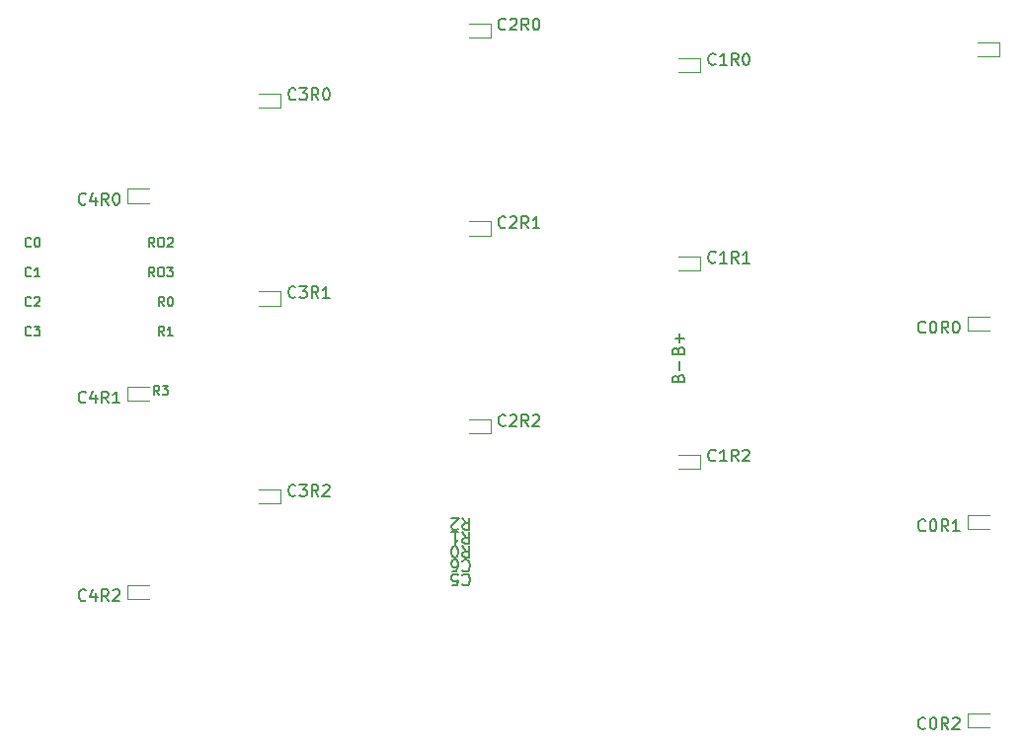
<source format=gbr>
%TF.GenerationSoftware,KiCad,Pcbnew,(7.0.0-0)*%
%TF.CreationDate,2023-02-22T17:52:08+08:00*%
%TF.ProjectId,right,72696768-742e-46b6-9963-61645f706362,v1.0.0*%
%TF.SameCoordinates,Original*%
%TF.FileFunction,Legend,Bot*%
%TF.FilePolarity,Positive*%
%FSLAX46Y46*%
G04 Gerber Fmt 4.6, Leading zero omitted, Abs format (unit mm)*
G04 Created by KiCad (PCBNEW (7.0.0-0)) date 2023-02-22 17:52:08*
%MOMM*%
%LPD*%
G01*
G04 APERTURE LIST*
%ADD10C,0.150000*%
%ADD11C,0.120000*%
G04 APERTURE END LIST*
D10*
%TO.C,S1*%
X70857142Y19727857D02*
X70809523Y19680238D01*
X70809523Y19680238D02*
X70666666Y19632619D01*
X70666666Y19632619D02*
X70571428Y19632619D01*
X70571428Y19632619D02*
X70428571Y19680238D01*
X70428571Y19680238D02*
X70333333Y19775476D01*
X70333333Y19775476D02*
X70285714Y19870714D01*
X70285714Y19870714D02*
X70238095Y20061190D01*
X70238095Y20061190D02*
X70238095Y20204047D01*
X70238095Y20204047D02*
X70285714Y20394523D01*
X70285714Y20394523D02*
X70333333Y20489761D01*
X70333333Y20489761D02*
X70428571Y20585000D01*
X70428571Y20585000D02*
X70571428Y20632619D01*
X70571428Y20632619D02*
X70666666Y20632619D01*
X70666666Y20632619D02*
X70809523Y20585000D01*
X70809523Y20585000D02*
X70857142Y20537380D01*
X71476190Y20632619D02*
X71571428Y20632619D01*
X71571428Y20632619D02*
X71666666Y20585000D01*
X71666666Y20585000D02*
X71714285Y20537380D01*
X71714285Y20537380D02*
X71761904Y20442142D01*
X71761904Y20442142D02*
X71809523Y20251666D01*
X71809523Y20251666D02*
X71809523Y20013571D01*
X71809523Y20013571D02*
X71761904Y19823095D01*
X71761904Y19823095D02*
X71714285Y19727857D01*
X71714285Y19727857D02*
X71666666Y19680238D01*
X71666666Y19680238D02*
X71571428Y19632619D01*
X71571428Y19632619D02*
X71476190Y19632619D01*
X71476190Y19632619D02*
X71380952Y19680238D01*
X71380952Y19680238D02*
X71333333Y19727857D01*
X71333333Y19727857D02*
X71285714Y19823095D01*
X71285714Y19823095D02*
X71238095Y20013571D01*
X71238095Y20013571D02*
X71238095Y20251666D01*
X71238095Y20251666D02*
X71285714Y20442142D01*
X71285714Y20442142D02*
X71333333Y20537380D01*
X71333333Y20537380D02*
X71380952Y20585000D01*
X71380952Y20585000D02*
X71476190Y20632619D01*
X72809523Y19632619D02*
X72476190Y20108809D01*
X72238095Y19632619D02*
X72238095Y20632619D01*
X72238095Y20632619D02*
X72619047Y20632619D01*
X72619047Y20632619D02*
X72714285Y20585000D01*
X72714285Y20585000D02*
X72761904Y20537380D01*
X72761904Y20537380D02*
X72809523Y20442142D01*
X72809523Y20442142D02*
X72809523Y20299285D01*
X72809523Y20299285D02*
X72761904Y20204047D01*
X72761904Y20204047D02*
X72714285Y20156428D01*
X72714285Y20156428D02*
X72619047Y20108809D01*
X72619047Y20108809D02*
X72238095Y20108809D01*
X73428571Y20632619D02*
X73523809Y20632619D01*
X73523809Y20632619D02*
X73619047Y20585000D01*
X73619047Y20585000D02*
X73666666Y20537380D01*
X73666666Y20537380D02*
X73714285Y20442142D01*
X73714285Y20442142D02*
X73761904Y20251666D01*
X73761904Y20251666D02*
X73761904Y20013571D01*
X73761904Y20013571D02*
X73714285Y19823095D01*
X73714285Y19823095D02*
X73666666Y19727857D01*
X73666666Y19727857D02*
X73619047Y19680238D01*
X73619047Y19680238D02*
X73523809Y19632619D01*
X73523809Y19632619D02*
X73428571Y19632619D01*
X73428571Y19632619D02*
X73333333Y19680238D01*
X73333333Y19680238D02*
X73285714Y19727857D01*
X73285714Y19727857D02*
X73238095Y19823095D01*
X73238095Y19823095D02*
X73190476Y20013571D01*
X73190476Y20013571D02*
X73190476Y20251666D01*
X73190476Y20251666D02*
X73238095Y20442142D01*
X73238095Y20442142D02*
X73285714Y20537380D01*
X73285714Y20537380D02*
X73333333Y20585000D01*
X73333333Y20585000D02*
X73428571Y20632619D01*
%TO.C,S2*%
X70857142Y2727857D02*
X70809523Y2680238D01*
X70809523Y2680238D02*
X70666666Y2632619D01*
X70666666Y2632619D02*
X70571428Y2632619D01*
X70571428Y2632619D02*
X70428571Y2680238D01*
X70428571Y2680238D02*
X70333333Y2775476D01*
X70333333Y2775476D02*
X70285714Y2870714D01*
X70285714Y2870714D02*
X70238095Y3061190D01*
X70238095Y3061190D02*
X70238095Y3204047D01*
X70238095Y3204047D02*
X70285714Y3394523D01*
X70285714Y3394523D02*
X70333333Y3489761D01*
X70333333Y3489761D02*
X70428571Y3585000D01*
X70428571Y3585000D02*
X70571428Y3632619D01*
X70571428Y3632619D02*
X70666666Y3632619D01*
X70666666Y3632619D02*
X70809523Y3585000D01*
X70809523Y3585000D02*
X70857142Y3537380D01*
X71476190Y3632619D02*
X71571428Y3632619D01*
X71571428Y3632619D02*
X71666666Y3585000D01*
X71666666Y3585000D02*
X71714285Y3537380D01*
X71714285Y3537380D02*
X71761904Y3442142D01*
X71761904Y3442142D02*
X71809523Y3251666D01*
X71809523Y3251666D02*
X71809523Y3013571D01*
X71809523Y3013571D02*
X71761904Y2823095D01*
X71761904Y2823095D02*
X71714285Y2727857D01*
X71714285Y2727857D02*
X71666666Y2680238D01*
X71666666Y2680238D02*
X71571428Y2632619D01*
X71571428Y2632619D02*
X71476190Y2632619D01*
X71476190Y2632619D02*
X71380952Y2680238D01*
X71380952Y2680238D02*
X71333333Y2727857D01*
X71333333Y2727857D02*
X71285714Y2823095D01*
X71285714Y2823095D02*
X71238095Y3013571D01*
X71238095Y3013571D02*
X71238095Y3251666D01*
X71238095Y3251666D02*
X71285714Y3442142D01*
X71285714Y3442142D02*
X71333333Y3537380D01*
X71333333Y3537380D02*
X71380952Y3585000D01*
X71380952Y3585000D02*
X71476190Y3632619D01*
X72809523Y2632619D02*
X72476190Y3108809D01*
X72238095Y2632619D02*
X72238095Y3632619D01*
X72238095Y3632619D02*
X72619047Y3632619D01*
X72619047Y3632619D02*
X72714285Y3585000D01*
X72714285Y3585000D02*
X72761904Y3537380D01*
X72761904Y3537380D02*
X72809523Y3442142D01*
X72809523Y3442142D02*
X72809523Y3299285D01*
X72809523Y3299285D02*
X72761904Y3204047D01*
X72761904Y3204047D02*
X72714285Y3156428D01*
X72714285Y3156428D02*
X72619047Y3108809D01*
X72619047Y3108809D02*
X72238095Y3108809D01*
X73761904Y2632619D02*
X73190476Y2632619D01*
X73476190Y2632619D02*
X73476190Y3632619D01*
X73476190Y3632619D02*
X73380952Y3489761D01*
X73380952Y3489761D02*
X73285714Y3394523D01*
X73285714Y3394523D02*
X73190476Y3346904D01*
%TO.C,S3*%
X70857142Y-14272142D02*
X70809523Y-14319761D01*
X70809523Y-14319761D02*
X70666666Y-14367380D01*
X70666666Y-14367380D02*
X70571428Y-14367380D01*
X70571428Y-14367380D02*
X70428571Y-14319761D01*
X70428571Y-14319761D02*
X70333333Y-14224523D01*
X70333333Y-14224523D02*
X70285714Y-14129285D01*
X70285714Y-14129285D02*
X70238095Y-13938809D01*
X70238095Y-13938809D02*
X70238095Y-13795952D01*
X70238095Y-13795952D02*
X70285714Y-13605476D01*
X70285714Y-13605476D02*
X70333333Y-13510238D01*
X70333333Y-13510238D02*
X70428571Y-13415000D01*
X70428571Y-13415000D02*
X70571428Y-13367380D01*
X70571428Y-13367380D02*
X70666666Y-13367380D01*
X70666666Y-13367380D02*
X70809523Y-13415000D01*
X70809523Y-13415000D02*
X70857142Y-13462619D01*
X71476190Y-13367380D02*
X71571428Y-13367380D01*
X71571428Y-13367380D02*
X71666666Y-13415000D01*
X71666666Y-13415000D02*
X71714285Y-13462619D01*
X71714285Y-13462619D02*
X71761904Y-13557857D01*
X71761904Y-13557857D02*
X71809523Y-13748333D01*
X71809523Y-13748333D02*
X71809523Y-13986428D01*
X71809523Y-13986428D02*
X71761904Y-14176904D01*
X71761904Y-14176904D02*
X71714285Y-14272142D01*
X71714285Y-14272142D02*
X71666666Y-14319761D01*
X71666666Y-14319761D02*
X71571428Y-14367380D01*
X71571428Y-14367380D02*
X71476190Y-14367380D01*
X71476190Y-14367380D02*
X71380952Y-14319761D01*
X71380952Y-14319761D02*
X71333333Y-14272142D01*
X71333333Y-14272142D02*
X71285714Y-14176904D01*
X71285714Y-14176904D02*
X71238095Y-13986428D01*
X71238095Y-13986428D02*
X71238095Y-13748333D01*
X71238095Y-13748333D02*
X71285714Y-13557857D01*
X71285714Y-13557857D02*
X71333333Y-13462619D01*
X71333333Y-13462619D02*
X71380952Y-13415000D01*
X71380952Y-13415000D02*
X71476190Y-13367380D01*
X72809523Y-14367380D02*
X72476190Y-13891190D01*
X72238095Y-14367380D02*
X72238095Y-13367380D01*
X72238095Y-13367380D02*
X72619047Y-13367380D01*
X72619047Y-13367380D02*
X72714285Y-13415000D01*
X72714285Y-13415000D02*
X72761904Y-13462619D01*
X72761904Y-13462619D02*
X72809523Y-13557857D01*
X72809523Y-13557857D02*
X72809523Y-13700714D01*
X72809523Y-13700714D02*
X72761904Y-13795952D01*
X72761904Y-13795952D02*
X72714285Y-13843571D01*
X72714285Y-13843571D02*
X72619047Y-13891190D01*
X72619047Y-13891190D02*
X72238095Y-13891190D01*
X73190476Y-13462619D02*
X73238095Y-13415000D01*
X73238095Y-13415000D02*
X73333333Y-13367380D01*
X73333333Y-13367380D02*
X73571428Y-13367380D01*
X73571428Y-13367380D02*
X73666666Y-13415000D01*
X73666666Y-13415000D02*
X73714285Y-13462619D01*
X73714285Y-13462619D02*
X73761904Y-13557857D01*
X73761904Y-13557857D02*
X73761904Y-13653095D01*
X73761904Y-13653095D02*
X73714285Y-13795952D01*
X73714285Y-13795952D02*
X73142857Y-14367380D01*
X73142857Y-14367380D02*
X73761904Y-14367380D01*
%TO.C,S4*%
X52857142Y42727857D02*
X52809523Y42680238D01*
X52809523Y42680238D02*
X52666666Y42632619D01*
X52666666Y42632619D02*
X52571428Y42632619D01*
X52571428Y42632619D02*
X52428571Y42680238D01*
X52428571Y42680238D02*
X52333333Y42775476D01*
X52333333Y42775476D02*
X52285714Y42870714D01*
X52285714Y42870714D02*
X52238095Y43061190D01*
X52238095Y43061190D02*
X52238095Y43204047D01*
X52238095Y43204047D02*
X52285714Y43394523D01*
X52285714Y43394523D02*
X52333333Y43489761D01*
X52333333Y43489761D02*
X52428571Y43585000D01*
X52428571Y43585000D02*
X52571428Y43632619D01*
X52571428Y43632619D02*
X52666666Y43632619D01*
X52666666Y43632619D02*
X52809523Y43585000D01*
X52809523Y43585000D02*
X52857142Y43537380D01*
X53809523Y42632619D02*
X53238095Y42632619D01*
X53523809Y42632619D02*
X53523809Y43632619D01*
X53523809Y43632619D02*
X53428571Y43489761D01*
X53428571Y43489761D02*
X53333333Y43394523D01*
X53333333Y43394523D02*
X53238095Y43346904D01*
X54809523Y42632619D02*
X54476190Y43108809D01*
X54238095Y42632619D02*
X54238095Y43632619D01*
X54238095Y43632619D02*
X54619047Y43632619D01*
X54619047Y43632619D02*
X54714285Y43585000D01*
X54714285Y43585000D02*
X54761904Y43537380D01*
X54761904Y43537380D02*
X54809523Y43442142D01*
X54809523Y43442142D02*
X54809523Y43299285D01*
X54809523Y43299285D02*
X54761904Y43204047D01*
X54761904Y43204047D02*
X54714285Y43156428D01*
X54714285Y43156428D02*
X54619047Y43108809D01*
X54619047Y43108809D02*
X54238095Y43108809D01*
X55428571Y43632619D02*
X55523809Y43632619D01*
X55523809Y43632619D02*
X55619047Y43585000D01*
X55619047Y43585000D02*
X55666666Y43537380D01*
X55666666Y43537380D02*
X55714285Y43442142D01*
X55714285Y43442142D02*
X55761904Y43251666D01*
X55761904Y43251666D02*
X55761904Y43013571D01*
X55761904Y43013571D02*
X55714285Y42823095D01*
X55714285Y42823095D02*
X55666666Y42727857D01*
X55666666Y42727857D02*
X55619047Y42680238D01*
X55619047Y42680238D02*
X55523809Y42632619D01*
X55523809Y42632619D02*
X55428571Y42632619D01*
X55428571Y42632619D02*
X55333333Y42680238D01*
X55333333Y42680238D02*
X55285714Y42727857D01*
X55285714Y42727857D02*
X55238095Y42823095D01*
X55238095Y42823095D02*
X55190476Y43013571D01*
X55190476Y43013571D02*
X55190476Y43251666D01*
X55190476Y43251666D02*
X55238095Y43442142D01*
X55238095Y43442142D02*
X55285714Y43537380D01*
X55285714Y43537380D02*
X55333333Y43585000D01*
X55333333Y43585000D02*
X55428571Y43632619D01*
%TO.C,S5*%
X52857142Y25727857D02*
X52809523Y25680238D01*
X52809523Y25680238D02*
X52666666Y25632619D01*
X52666666Y25632619D02*
X52571428Y25632619D01*
X52571428Y25632619D02*
X52428571Y25680238D01*
X52428571Y25680238D02*
X52333333Y25775476D01*
X52333333Y25775476D02*
X52285714Y25870714D01*
X52285714Y25870714D02*
X52238095Y26061190D01*
X52238095Y26061190D02*
X52238095Y26204047D01*
X52238095Y26204047D02*
X52285714Y26394523D01*
X52285714Y26394523D02*
X52333333Y26489761D01*
X52333333Y26489761D02*
X52428571Y26585000D01*
X52428571Y26585000D02*
X52571428Y26632619D01*
X52571428Y26632619D02*
X52666666Y26632619D01*
X52666666Y26632619D02*
X52809523Y26585000D01*
X52809523Y26585000D02*
X52857142Y26537380D01*
X53809523Y25632619D02*
X53238095Y25632619D01*
X53523809Y25632619D02*
X53523809Y26632619D01*
X53523809Y26632619D02*
X53428571Y26489761D01*
X53428571Y26489761D02*
X53333333Y26394523D01*
X53333333Y26394523D02*
X53238095Y26346904D01*
X54809523Y25632619D02*
X54476190Y26108809D01*
X54238095Y25632619D02*
X54238095Y26632619D01*
X54238095Y26632619D02*
X54619047Y26632619D01*
X54619047Y26632619D02*
X54714285Y26585000D01*
X54714285Y26585000D02*
X54761904Y26537380D01*
X54761904Y26537380D02*
X54809523Y26442142D01*
X54809523Y26442142D02*
X54809523Y26299285D01*
X54809523Y26299285D02*
X54761904Y26204047D01*
X54761904Y26204047D02*
X54714285Y26156428D01*
X54714285Y26156428D02*
X54619047Y26108809D01*
X54619047Y26108809D02*
X54238095Y26108809D01*
X55761904Y25632619D02*
X55190476Y25632619D01*
X55476190Y25632619D02*
X55476190Y26632619D01*
X55476190Y26632619D02*
X55380952Y26489761D01*
X55380952Y26489761D02*
X55285714Y26394523D01*
X55285714Y26394523D02*
X55190476Y26346904D01*
%TO.C,S6*%
X52857142Y8727857D02*
X52809523Y8680238D01*
X52809523Y8680238D02*
X52666666Y8632619D01*
X52666666Y8632619D02*
X52571428Y8632619D01*
X52571428Y8632619D02*
X52428571Y8680238D01*
X52428571Y8680238D02*
X52333333Y8775476D01*
X52333333Y8775476D02*
X52285714Y8870714D01*
X52285714Y8870714D02*
X52238095Y9061190D01*
X52238095Y9061190D02*
X52238095Y9204047D01*
X52238095Y9204047D02*
X52285714Y9394523D01*
X52285714Y9394523D02*
X52333333Y9489761D01*
X52333333Y9489761D02*
X52428571Y9585000D01*
X52428571Y9585000D02*
X52571428Y9632619D01*
X52571428Y9632619D02*
X52666666Y9632619D01*
X52666666Y9632619D02*
X52809523Y9585000D01*
X52809523Y9585000D02*
X52857142Y9537380D01*
X53809523Y8632619D02*
X53238095Y8632619D01*
X53523809Y8632619D02*
X53523809Y9632619D01*
X53523809Y9632619D02*
X53428571Y9489761D01*
X53428571Y9489761D02*
X53333333Y9394523D01*
X53333333Y9394523D02*
X53238095Y9346904D01*
X54809523Y8632619D02*
X54476190Y9108809D01*
X54238095Y8632619D02*
X54238095Y9632619D01*
X54238095Y9632619D02*
X54619047Y9632619D01*
X54619047Y9632619D02*
X54714285Y9585000D01*
X54714285Y9585000D02*
X54761904Y9537380D01*
X54761904Y9537380D02*
X54809523Y9442142D01*
X54809523Y9442142D02*
X54809523Y9299285D01*
X54809523Y9299285D02*
X54761904Y9204047D01*
X54761904Y9204047D02*
X54714285Y9156428D01*
X54714285Y9156428D02*
X54619047Y9108809D01*
X54619047Y9108809D02*
X54238095Y9108809D01*
X55190476Y9537380D02*
X55238095Y9585000D01*
X55238095Y9585000D02*
X55333333Y9632619D01*
X55333333Y9632619D02*
X55571428Y9632619D01*
X55571428Y9632619D02*
X55666666Y9585000D01*
X55666666Y9585000D02*
X55714285Y9537380D01*
X55714285Y9537380D02*
X55761904Y9442142D01*
X55761904Y9442142D02*
X55761904Y9346904D01*
X55761904Y9346904D02*
X55714285Y9204047D01*
X55714285Y9204047D02*
X55142857Y8632619D01*
X55142857Y8632619D02*
X55761904Y8632619D01*
%TO.C,S7*%
X34857142Y45727857D02*
X34809523Y45680238D01*
X34809523Y45680238D02*
X34666666Y45632619D01*
X34666666Y45632619D02*
X34571428Y45632619D01*
X34571428Y45632619D02*
X34428571Y45680238D01*
X34428571Y45680238D02*
X34333333Y45775476D01*
X34333333Y45775476D02*
X34285714Y45870714D01*
X34285714Y45870714D02*
X34238095Y46061190D01*
X34238095Y46061190D02*
X34238095Y46204047D01*
X34238095Y46204047D02*
X34285714Y46394523D01*
X34285714Y46394523D02*
X34333333Y46489761D01*
X34333333Y46489761D02*
X34428571Y46585000D01*
X34428571Y46585000D02*
X34571428Y46632619D01*
X34571428Y46632619D02*
X34666666Y46632619D01*
X34666666Y46632619D02*
X34809523Y46585000D01*
X34809523Y46585000D02*
X34857142Y46537380D01*
X35238095Y46537380D02*
X35285714Y46585000D01*
X35285714Y46585000D02*
X35380952Y46632619D01*
X35380952Y46632619D02*
X35619047Y46632619D01*
X35619047Y46632619D02*
X35714285Y46585000D01*
X35714285Y46585000D02*
X35761904Y46537380D01*
X35761904Y46537380D02*
X35809523Y46442142D01*
X35809523Y46442142D02*
X35809523Y46346904D01*
X35809523Y46346904D02*
X35761904Y46204047D01*
X35761904Y46204047D02*
X35190476Y45632619D01*
X35190476Y45632619D02*
X35809523Y45632619D01*
X36809523Y45632619D02*
X36476190Y46108809D01*
X36238095Y45632619D02*
X36238095Y46632619D01*
X36238095Y46632619D02*
X36619047Y46632619D01*
X36619047Y46632619D02*
X36714285Y46585000D01*
X36714285Y46585000D02*
X36761904Y46537380D01*
X36761904Y46537380D02*
X36809523Y46442142D01*
X36809523Y46442142D02*
X36809523Y46299285D01*
X36809523Y46299285D02*
X36761904Y46204047D01*
X36761904Y46204047D02*
X36714285Y46156428D01*
X36714285Y46156428D02*
X36619047Y46108809D01*
X36619047Y46108809D02*
X36238095Y46108809D01*
X37428571Y46632619D02*
X37523809Y46632619D01*
X37523809Y46632619D02*
X37619047Y46585000D01*
X37619047Y46585000D02*
X37666666Y46537380D01*
X37666666Y46537380D02*
X37714285Y46442142D01*
X37714285Y46442142D02*
X37761904Y46251666D01*
X37761904Y46251666D02*
X37761904Y46013571D01*
X37761904Y46013571D02*
X37714285Y45823095D01*
X37714285Y45823095D02*
X37666666Y45727857D01*
X37666666Y45727857D02*
X37619047Y45680238D01*
X37619047Y45680238D02*
X37523809Y45632619D01*
X37523809Y45632619D02*
X37428571Y45632619D01*
X37428571Y45632619D02*
X37333333Y45680238D01*
X37333333Y45680238D02*
X37285714Y45727857D01*
X37285714Y45727857D02*
X37238095Y45823095D01*
X37238095Y45823095D02*
X37190476Y46013571D01*
X37190476Y46013571D02*
X37190476Y46251666D01*
X37190476Y46251666D02*
X37238095Y46442142D01*
X37238095Y46442142D02*
X37285714Y46537380D01*
X37285714Y46537380D02*
X37333333Y46585000D01*
X37333333Y46585000D02*
X37428571Y46632619D01*
%TO.C,S8*%
X34857142Y28727857D02*
X34809523Y28680238D01*
X34809523Y28680238D02*
X34666666Y28632619D01*
X34666666Y28632619D02*
X34571428Y28632619D01*
X34571428Y28632619D02*
X34428571Y28680238D01*
X34428571Y28680238D02*
X34333333Y28775476D01*
X34333333Y28775476D02*
X34285714Y28870714D01*
X34285714Y28870714D02*
X34238095Y29061190D01*
X34238095Y29061190D02*
X34238095Y29204047D01*
X34238095Y29204047D02*
X34285714Y29394523D01*
X34285714Y29394523D02*
X34333333Y29489761D01*
X34333333Y29489761D02*
X34428571Y29585000D01*
X34428571Y29585000D02*
X34571428Y29632619D01*
X34571428Y29632619D02*
X34666666Y29632619D01*
X34666666Y29632619D02*
X34809523Y29585000D01*
X34809523Y29585000D02*
X34857142Y29537380D01*
X35238095Y29537380D02*
X35285714Y29585000D01*
X35285714Y29585000D02*
X35380952Y29632619D01*
X35380952Y29632619D02*
X35619047Y29632619D01*
X35619047Y29632619D02*
X35714285Y29585000D01*
X35714285Y29585000D02*
X35761904Y29537380D01*
X35761904Y29537380D02*
X35809523Y29442142D01*
X35809523Y29442142D02*
X35809523Y29346904D01*
X35809523Y29346904D02*
X35761904Y29204047D01*
X35761904Y29204047D02*
X35190476Y28632619D01*
X35190476Y28632619D02*
X35809523Y28632619D01*
X36809523Y28632619D02*
X36476190Y29108809D01*
X36238095Y28632619D02*
X36238095Y29632619D01*
X36238095Y29632619D02*
X36619047Y29632619D01*
X36619047Y29632619D02*
X36714285Y29585000D01*
X36714285Y29585000D02*
X36761904Y29537380D01*
X36761904Y29537380D02*
X36809523Y29442142D01*
X36809523Y29442142D02*
X36809523Y29299285D01*
X36809523Y29299285D02*
X36761904Y29204047D01*
X36761904Y29204047D02*
X36714285Y29156428D01*
X36714285Y29156428D02*
X36619047Y29108809D01*
X36619047Y29108809D02*
X36238095Y29108809D01*
X37761904Y28632619D02*
X37190476Y28632619D01*
X37476190Y28632619D02*
X37476190Y29632619D01*
X37476190Y29632619D02*
X37380952Y29489761D01*
X37380952Y29489761D02*
X37285714Y29394523D01*
X37285714Y29394523D02*
X37190476Y29346904D01*
%TO.C,S9*%
X34857142Y11727857D02*
X34809523Y11680238D01*
X34809523Y11680238D02*
X34666666Y11632619D01*
X34666666Y11632619D02*
X34571428Y11632619D01*
X34571428Y11632619D02*
X34428571Y11680238D01*
X34428571Y11680238D02*
X34333333Y11775476D01*
X34333333Y11775476D02*
X34285714Y11870714D01*
X34285714Y11870714D02*
X34238095Y12061190D01*
X34238095Y12061190D02*
X34238095Y12204047D01*
X34238095Y12204047D02*
X34285714Y12394523D01*
X34285714Y12394523D02*
X34333333Y12489761D01*
X34333333Y12489761D02*
X34428571Y12585000D01*
X34428571Y12585000D02*
X34571428Y12632619D01*
X34571428Y12632619D02*
X34666666Y12632619D01*
X34666666Y12632619D02*
X34809523Y12585000D01*
X34809523Y12585000D02*
X34857142Y12537380D01*
X35238095Y12537380D02*
X35285714Y12585000D01*
X35285714Y12585000D02*
X35380952Y12632619D01*
X35380952Y12632619D02*
X35619047Y12632619D01*
X35619047Y12632619D02*
X35714285Y12585000D01*
X35714285Y12585000D02*
X35761904Y12537380D01*
X35761904Y12537380D02*
X35809523Y12442142D01*
X35809523Y12442142D02*
X35809523Y12346904D01*
X35809523Y12346904D02*
X35761904Y12204047D01*
X35761904Y12204047D02*
X35190476Y11632619D01*
X35190476Y11632619D02*
X35809523Y11632619D01*
X36809523Y11632619D02*
X36476190Y12108809D01*
X36238095Y11632619D02*
X36238095Y12632619D01*
X36238095Y12632619D02*
X36619047Y12632619D01*
X36619047Y12632619D02*
X36714285Y12585000D01*
X36714285Y12585000D02*
X36761904Y12537380D01*
X36761904Y12537380D02*
X36809523Y12442142D01*
X36809523Y12442142D02*
X36809523Y12299285D01*
X36809523Y12299285D02*
X36761904Y12204047D01*
X36761904Y12204047D02*
X36714285Y12156428D01*
X36714285Y12156428D02*
X36619047Y12108809D01*
X36619047Y12108809D02*
X36238095Y12108809D01*
X37190476Y12537380D02*
X37238095Y12585000D01*
X37238095Y12585000D02*
X37333333Y12632619D01*
X37333333Y12632619D02*
X37571428Y12632619D01*
X37571428Y12632619D02*
X37666666Y12585000D01*
X37666666Y12585000D02*
X37714285Y12537380D01*
X37714285Y12537380D02*
X37761904Y12442142D01*
X37761904Y12442142D02*
X37761904Y12346904D01*
X37761904Y12346904D02*
X37714285Y12204047D01*
X37714285Y12204047D02*
X37142857Y11632619D01*
X37142857Y11632619D02*
X37761904Y11632619D01*
%TO.C,S10*%
X16857142Y39727857D02*
X16809523Y39680238D01*
X16809523Y39680238D02*
X16666666Y39632619D01*
X16666666Y39632619D02*
X16571428Y39632619D01*
X16571428Y39632619D02*
X16428571Y39680238D01*
X16428571Y39680238D02*
X16333333Y39775476D01*
X16333333Y39775476D02*
X16285714Y39870714D01*
X16285714Y39870714D02*
X16238095Y40061190D01*
X16238095Y40061190D02*
X16238095Y40204047D01*
X16238095Y40204047D02*
X16285714Y40394523D01*
X16285714Y40394523D02*
X16333333Y40489761D01*
X16333333Y40489761D02*
X16428571Y40585000D01*
X16428571Y40585000D02*
X16571428Y40632619D01*
X16571428Y40632619D02*
X16666666Y40632619D01*
X16666666Y40632619D02*
X16809523Y40585000D01*
X16809523Y40585000D02*
X16857142Y40537380D01*
X17190476Y40632619D02*
X17809523Y40632619D01*
X17809523Y40632619D02*
X17476190Y40251666D01*
X17476190Y40251666D02*
X17619047Y40251666D01*
X17619047Y40251666D02*
X17714285Y40204047D01*
X17714285Y40204047D02*
X17761904Y40156428D01*
X17761904Y40156428D02*
X17809523Y40061190D01*
X17809523Y40061190D02*
X17809523Y39823095D01*
X17809523Y39823095D02*
X17761904Y39727857D01*
X17761904Y39727857D02*
X17714285Y39680238D01*
X17714285Y39680238D02*
X17619047Y39632619D01*
X17619047Y39632619D02*
X17333333Y39632619D01*
X17333333Y39632619D02*
X17238095Y39680238D01*
X17238095Y39680238D02*
X17190476Y39727857D01*
X18809523Y39632619D02*
X18476190Y40108809D01*
X18238095Y39632619D02*
X18238095Y40632619D01*
X18238095Y40632619D02*
X18619047Y40632619D01*
X18619047Y40632619D02*
X18714285Y40585000D01*
X18714285Y40585000D02*
X18761904Y40537380D01*
X18761904Y40537380D02*
X18809523Y40442142D01*
X18809523Y40442142D02*
X18809523Y40299285D01*
X18809523Y40299285D02*
X18761904Y40204047D01*
X18761904Y40204047D02*
X18714285Y40156428D01*
X18714285Y40156428D02*
X18619047Y40108809D01*
X18619047Y40108809D02*
X18238095Y40108809D01*
X19428571Y40632619D02*
X19523809Y40632619D01*
X19523809Y40632619D02*
X19619047Y40585000D01*
X19619047Y40585000D02*
X19666666Y40537380D01*
X19666666Y40537380D02*
X19714285Y40442142D01*
X19714285Y40442142D02*
X19761904Y40251666D01*
X19761904Y40251666D02*
X19761904Y40013571D01*
X19761904Y40013571D02*
X19714285Y39823095D01*
X19714285Y39823095D02*
X19666666Y39727857D01*
X19666666Y39727857D02*
X19619047Y39680238D01*
X19619047Y39680238D02*
X19523809Y39632619D01*
X19523809Y39632619D02*
X19428571Y39632619D01*
X19428571Y39632619D02*
X19333333Y39680238D01*
X19333333Y39680238D02*
X19285714Y39727857D01*
X19285714Y39727857D02*
X19238095Y39823095D01*
X19238095Y39823095D02*
X19190476Y40013571D01*
X19190476Y40013571D02*
X19190476Y40251666D01*
X19190476Y40251666D02*
X19238095Y40442142D01*
X19238095Y40442142D02*
X19285714Y40537380D01*
X19285714Y40537380D02*
X19333333Y40585000D01*
X19333333Y40585000D02*
X19428571Y40632619D01*
%TO.C,S11*%
X16857142Y22727857D02*
X16809523Y22680238D01*
X16809523Y22680238D02*
X16666666Y22632619D01*
X16666666Y22632619D02*
X16571428Y22632619D01*
X16571428Y22632619D02*
X16428571Y22680238D01*
X16428571Y22680238D02*
X16333333Y22775476D01*
X16333333Y22775476D02*
X16285714Y22870714D01*
X16285714Y22870714D02*
X16238095Y23061190D01*
X16238095Y23061190D02*
X16238095Y23204047D01*
X16238095Y23204047D02*
X16285714Y23394523D01*
X16285714Y23394523D02*
X16333333Y23489761D01*
X16333333Y23489761D02*
X16428571Y23585000D01*
X16428571Y23585000D02*
X16571428Y23632619D01*
X16571428Y23632619D02*
X16666666Y23632619D01*
X16666666Y23632619D02*
X16809523Y23585000D01*
X16809523Y23585000D02*
X16857142Y23537380D01*
X17190476Y23632619D02*
X17809523Y23632619D01*
X17809523Y23632619D02*
X17476190Y23251666D01*
X17476190Y23251666D02*
X17619047Y23251666D01*
X17619047Y23251666D02*
X17714285Y23204047D01*
X17714285Y23204047D02*
X17761904Y23156428D01*
X17761904Y23156428D02*
X17809523Y23061190D01*
X17809523Y23061190D02*
X17809523Y22823095D01*
X17809523Y22823095D02*
X17761904Y22727857D01*
X17761904Y22727857D02*
X17714285Y22680238D01*
X17714285Y22680238D02*
X17619047Y22632619D01*
X17619047Y22632619D02*
X17333333Y22632619D01*
X17333333Y22632619D02*
X17238095Y22680238D01*
X17238095Y22680238D02*
X17190476Y22727857D01*
X18809523Y22632619D02*
X18476190Y23108809D01*
X18238095Y22632619D02*
X18238095Y23632619D01*
X18238095Y23632619D02*
X18619047Y23632619D01*
X18619047Y23632619D02*
X18714285Y23585000D01*
X18714285Y23585000D02*
X18761904Y23537380D01*
X18761904Y23537380D02*
X18809523Y23442142D01*
X18809523Y23442142D02*
X18809523Y23299285D01*
X18809523Y23299285D02*
X18761904Y23204047D01*
X18761904Y23204047D02*
X18714285Y23156428D01*
X18714285Y23156428D02*
X18619047Y23108809D01*
X18619047Y23108809D02*
X18238095Y23108809D01*
X19761904Y22632619D02*
X19190476Y22632619D01*
X19476190Y22632619D02*
X19476190Y23632619D01*
X19476190Y23632619D02*
X19380952Y23489761D01*
X19380952Y23489761D02*
X19285714Y23394523D01*
X19285714Y23394523D02*
X19190476Y23346904D01*
%TO.C,S12*%
X16857142Y5727857D02*
X16809523Y5680238D01*
X16809523Y5680238D02*
X16666666Y5632619D01*
X16666666Y5632619D02*
X16571428Y5632619D01*
X16571428Y5632619D02*
X16428571Y5680238D01*
X16428571Y5680238D02*
X16333333Y5775476D01*
X16333333Y5775476D02*
X16285714Y5870714D01*
X16285714Y5870714D02*
X16238095Y6061190D01*
X16238095Y6061190D02*
X16238095Y6204047D01*
X16238095Y6204047D02*
X16285714Y6394523D01*
X16285714Y6394523D02*
X16333333Y6489761D01*
X16333333Y6489761D02*
X16428571Y6585000D01*
X16428571Y6585000D02*
X16571428Y6632619D01*
X16571428Y6632619D02*
X16666666Y6632619D01*
X16666666Y6632619D02*
X16809523Y6585000D01*
X16809523Y6585000D02*
X16857142Y6537380D01*
X17190476Y6632619D02*
X17809523Y6632619D01*
X17809523Y6632619D02*
X17476190Y6251666D01*
X17476190Y6251666D02*
X17619047Y6251666D01*
X17619047Y6251666D02*
X17714285Y6204047D01*
X17714285Y6204047D02*
X17761904Y6156428D01*
X17761904Y6156428D02*
X17809523Y6061190D01*
X17809523Y6061190D02*
X17809523Y5823095D01*
X17809523Y5823095D02*
X17761904Y5727857D01*
X17761904Y5727857D02*
X17714285Y5680238D01*
X17714285Y5680238D02*
X17619047Y5632619D01*
X17619047Y5632619D02*
X17333333Y5632619D01*
X17333333Y5632619D02*
X17238095Y5680238D01*
X17238095Y5680238D02*
X17190476Y5727857D01*
X18809523Y5632619D02*
X18476190Y6108809D01*
X18238095Y5632619D02*
X18238095Y6632619D01*
X18238095Y6632619D02*
X18619047Y6632619D01*
X18619047Y6632619D02*
X18714285Y6585000D01*
X18714285Y6585000D02*
X18761904Y6537380D01*
X18761904Y6537380D02*
X18809523Y6442142D01*
X18809523Y6442142D02*
X18809523Y6299285D01*
X18809523Y6299285D02*
X18761904Y6204047D01*
X18761904Y6204047D02*
X18714285Y6156428D01*
X18714285Y6156428D02*
X18619047Y6108809D01*
X18619047Y6108809D02*
X18238095Y6108809D01*
X19190476Y6537380D02*
X19238095Y6585000D01*
X19238095Y6585000D02*
X19333333Y6632619D01*
X19333333Y6632619D02*
X19571428Y6632619D01*
X19571428Y6632619D02*
X19666666Y6585000D01*
X19666666Y6585000D02*
X19714285Y6537380D01*
X19714285Y6537380D02*
X19761904Y6442142D01*
X19761904Y6442142D02*
X19761904Y6346904D01*
X19761904Y6346904D02*
X19714285Y6204047D01*
X19714285Y6204047D02*
X19142857Y5632619D01*
X19142857Y5632619D02*
X19761904Y5632619D01*
%TO.C,S13*%
X-1142857Y30727857D02*
X-1190476Y30680238D01*
X-1190476Y30680238D02*
X-1333333Y30632619D01*
X-1333333Y30632619D02*
X-1428571Y30632619D01*
X-1428571Y30632619D02*
X-1571428Y30680238D01*
X-1571428Y30680238D02*
X-1666666Y30775476D01*
X-1666666Y30775476D02*
X-1714285Y30870714D01*
X-1714285Y30870714D02*
X-1761904Y31061190D01*
X-1761904Y31061190D02*
X-1761904Y31204047D01*
X-1761904Y31204047D02*
X-1714285Y31394523D01*
X-1714285Y31394523D02*
X-1666666Y31489761D01*
X-1666666Y31489761D02*
X-1571428Y31585000D01*
X-1571428Y31585000D02*
X-1428571Y31632619D01*
X-1428571Y31632619D02*
X-1333333Y31632619D01*
X-1333333Y31632619D02*
X-1190476Y31585000D01*
X-1190476Y31585000D02*
X-1142857Y31537380D01*
X-285714Y31299285D02*
X-285714Y30632619D01*
X-523809Y31680238D02*
X-761904Y30965952D01*
X-761904Y30965952D02*
X-142857Y30965952D01*
X809523Y30632619D02*
X476190Y31108809D01*
X238095Y30632619D02*
X238095Y31632619D01*
X238095Y31632619D02*
X619047Y31632619D01*
X619047Y31632619D02*
X714285Y31585000D01*
X714285Y31585000D02*
X761904Y31537380D01*
X761904Y31537380D02*
X809523Y31442142D01*
X809523Y31442142D02*
X809523Y31299285D01*
X809523Y31299285D02*
X761904Y31204047D01*
X761904Y31204047D02*
X714285Y31156428D01*
X714285Y31156428D02*
X619047Y31108809D01*
X619047Y31108809D02*
X238095Y31108809D01*
X1428571Y31632619D02*
X1523809Y31632619D01*
X1523809Y31632619D02*
X1619047Y31585000D01*
X1619047Y31585000D02*
X1666666Y31537380D01*
X1666666Y31537380D02*
X1714285Y31442142D01*
X1714285Y31442142D02*
X1761904Y31251666D01*
X1761904Y31251666D02*
X1761904Y31013571D01*
X1761904Y31013571D02*
X1714285Y30823095D01*
X1714285Y30823095D02*
X1666666Y30727857D01*
X1666666Y30727857D02*
X1619047Y30680238D01*
X1619047Y30680238D02*
X1523809Y30632619D01*
X1523809Y30632619D02*
X1428571Y30632619D01*
X1428571Y30632619D02*
X1333333Y30680238D01*
X1333333Y30680238D02*
X1285714Y30727857D01*
X1285714Y30727857D02*
X1238095Y30823095D01*
X1238095Y30823095D02*
X1190476Y31013571D01*
X1190476Y31013571D02*
X1190476Y31251666D01*
X1190476Y31251666D02*
X1238095Y31442142D01*
X1238095Y31442142D02*
X1285714Y31537380D01*
X1285714Y31537380D02*
X1333333Y31585000D01*
X1333333Y31585000D02*
X1428571Y31632619D01*
%TO.C,S14*%
X-1142857Y13727857D02*
X-1190476Y13680238D01*
X-1190476Y13680238D02*
X-1333333Y13632619D01*
X-1333333Y13632619D02*
X-1428571Y13632619D01*
X-1428571Y13632619D02*
X-1571428Y13680238D01*
X-1571428Y13680238D02*
X-1666666Y13775476D01*
X-1666666Y13775476D02*
X-1714285Y13870714D01*
X-1714285Y13870714D02*
X-1761904Y14061190D01*
X-1761904Y14061190D02*
X-1761904Y14204047D01*
X-1761904Y14204047D02*
X-1714285Y14394523D01*
X-1714285Y14394523D02*
X-1666666Y14489761D01*
X-1666666Y14489761D02*
X-1571428Y14585000D01*
X-1571428Y14585000D02*
X-1428571Y14632619D01*
X-1428571Y14632619D02*
X-1333333Y14632619D01*
X-1333333Y14632619D02*
X-1190476Y14585000D01*
X-1190476Y14585000D02*
X-1142857Y14537380D01*
X-285714Y14299285D02*
X-285714Y13632619D01*
X-523809Y14680238D02*
X-761904Y13965952D01*
X-761904Y13965952D02*
X-142857Y13965952D01*
X809523Y13632619D02*
X476190Y14108809D01*
X238095Y13632619D02*
X238095Y14632619D01*
X238095Y14632619D02*
X619047Y14632619D01*
X619047Y14632619D02*
X714285Y14585000D01*
X714285Y14585000D02*
X761904Y14537380D01*
X761904Y14537380D02*
X809523Y14442142D01*
X809523Y14442142D02*
X809523Y14299285D01*
X809523Y14299285D02*
X761904Y14204047D01*
X761904Y14204047D02*
X714285Y14156428D01*
X714285Y14156428D02*
X619047Y14108809D01*
X619047Y14108809D02*
X238095Y14108809D01*
X1761904Y13632619D02*
X1190476Y13632619D01*
X1476190Y13632619D02*
X1476190Y14632619D01*
X1476190Y14632619D02*
X1380952Y14489761D01*
X1380952Y14489761D02*
X1285714Y14394523D01*
X1285714Y14394523D02*
X1190476Y14346904D01*
%TO.C,S15*%
X-1142857Y-3272142D02*
X-1190476Y-3319761D01*
X-1190476Y-3319761D02*
X-1333333Y-3367380D01*
X-1333333Y-3367380D02*
X-1428571Y-3367380D01*
X-1428571Y-3367380D02*
X-1571428Y-3319761D01*
X-1571428Y-3319761D02*
X-1666666Y-3224523D01*
X-1666666Y-3224523D02*
X-1714285Y-3129285D01*
X-1714285Y-3129285D02*
X-1761904Y-2938809D01*
X-1761904Y-2938809D02*
X-1761904Y-2795952D01*
X-1761904Y-2795952D02*
X-1714285Y-2605476D01*
X-1714285Y-2605476D02*
X-1666666Y-2510238D01*
X-1666666Y-2510238D02*
X-1571428Y-2415000D01*
X-1571428Y-2415000D02*
X-1428571Y-2367380D01*
X-1428571Y-2367380D02*
X-1333333Y-2367380D01*
X-1333333Y-2367380D02*
X-1190476Y-2415000D01*
X-1190476Y-2415000D02*
X-1142857Y-2462619D01*
X-285714Y-2700714D02*
X-285714Y-3367380D01*
X-523809Y-2319761D02*
X-761904Y-3034047D01*
X-761904Y-3034047D02*
X-142857Y-3034047D01*
X809523Y-3367380D02*
X476190Y-2891190D01*
X238095Y-3367380D02*
X238095Y-2367380D01*
X238095Y-2367380D02*
X619047Y-2367380D01*
X619047Y-2367380D02*
X714285Y-2415000D01*
X714285Y-2415000D02*
X761904Y-2462619D01*
X761904Y-2462619D02*
X809523Y-2557857D01*
X809523Y-2557857D02*
X809523Y-2700714D01*
X809523Y-2700714D02*
X761904Y-2795952D01*
X761904Y-2795952D02*
X714285Y-2843571D01*
X714285Y-2843571D02*
X619047Y-2891190D01*
X619047Y-2891190D02*
X238095Y-2891190D01*
X1190476Y-2462619D02*
X1238095Y-2415000D01*
X1238095Y-2415000D02*
X1333333Y-2367380D01*
X1333333Y-2367380D02*
X1571428Y-2367380D01*
X1571428Y-2367380D02*
X1666666Y-2415000D01*
X1666666Y-2415000D02*
X1714285Y-2462619D01*
X1714285Y-2462619D02*
X1761904Y-2557857D01*
X1761904Y-2557857D02*
X1761904Y-2653095D01*
X1761904Y-2653095D02*
X1714285Y-2795952D01*
X1714285Y-2795952D02*
X1142857Y-3367380D01*
X1142857Y-3367380D02*
X1761904Y-3367380D01*
%TO.C,MCU1*%
X-5833332Y27092285D02*
X-5871428Y27054190D01*
X-5871428Y27054190D02*
X-5985713Y27016095D01*
X-5985713Y27016095D02*
X-6061904Y27016095D01*
X-6061904Y27016095D02*
X-6176190Y27054190D01*
X-6176190Y27054190D02*
X-6252380Y27130380D01*
X-6252380Y27130380D02*
X-6290475Y27206571D01*
X-6290475Y27206571D02*
X-6328571Y27358952D01*
X-6328571Y27358952D02*
X-6328571Y27473238D01*
X-6328571Y27473238D02*
X-6290475Y27625619D01*
X-6290475Y27625619D02*
X-6252380Y27701809D01*
X-6252380Y27701809D02*
X-6176190Y27778000D01*
X-6176190Y27778000D02*
X-6061904Y27816095D01*
X-6061904Y27816095D02*
X-5985713Y27816095D01*
X-5985713Y27816095D02*
X-5871428Y27778000D01*
X-5871428Y27778000D02*
X-5833332Y27739904D01*
X-5338094Y27816095D02*
X-5261904Y27816095D01*
X-5261904Y27816095D02*
X-5185713Y27778000D01*
X-5185713Y27778000D02*
X-5147618Y27739904D01*
X-5147618Y27739904D02*
X-5109523Y27663714D01*
X-5109523Y27663714D02*
X-5071428Y27511333D01*
X-5071428Y27511333D02*
X-5071428Y27320857D01*
X-5071428Y27320857D02*
X-5109523Y27168476D01*
X-5109523Y27168476D02*
X-5147618Y27092285D01*
X-5147618Y27092285D02*
X-5185713Y27054190D01*
X-5185713Y27054190D02*
X-5261904Y27016095D01*
X-5261904Y27016095D02*
X-5338094Y27016095D01*
X-5338094Y27016095D02*
X-5414285Y27054190D01*
X-5414285Y27054190D02*
X-5452380Y27092285D01*
X-5452380Y27092285D02*
X-5490475Y27168476D01*
X-5490475Y27168476D02*
X-5528571Y27320857D01*
X-5528571Y27320857D02*
X-5528571Y27511333D01*
X-5528571Y27511333D02*
X-5490475Y27663714D01*
X-5490475Y27663714D02*
X-5452380Y27739904D01*
X-5452380Y27739904D02*
X-5414285Y27778000D01*
X-5414285Y27778000D02*
X-5338094Y27816095D01*
X-5833332Y24552285D02*
X-5871428Y24514190D01*
X-5871428Y24514190D02*
X-5985713Y24476095D01*
X-5985713Y24476095D02*
X-6061904Y24476095D01*
X-6061904Y24476095D02*
X-6176190Y24514190D01*
X-6176190Y24514190D02*
X-6252380Y24590380D01*
X-6252380Y24590380D02*
X-6290475Y24666571D01*
X-6290475Y24666571D02*
X-6328571Y24818952D01*
X-6328571Y24818952D02*
X-6328571Y24933238D01*
X-6328571Y24933238D02*
X-6290475Y25085619D01*
X-6290475Y25085619D02*
X-6252380Y25161809D01*
X-6252380Y25161809D02*
X-6176190Y25238000D01*
X-6176190Y25238000D02*
X-6061904Y25276095D01*
X-6061904Y25276095D02*
X-5985713Y25276095D01*
X-5985713Y25276095D02*
X-5871428Y25238000D01*
X-5871428Y25238000D02*
X-5833332Y25199904D01*
X-5071428Y24476095D02*
X-5528571Y24476095D01*
X-5299999Y24476095D02*
X-5299999Y25276095D01*
X-5299999Y25276095D02*
X-5376190Y25161809D01*
X-5376190Y25161809D02*
X-5452380Y25085619D01*
X-5452380Y25085619D02*
X-5528571Y25047523D01*
X-5833332Y22012285D02*
X-5871428Y21974190D01*
X-5871428Y21974190D02*
X-5985713Y21936095D01*
X-5985713Y21936095D02*
X-6061904Y21936095D01*
X-6061904Y21936095D02*
X-6176190Y21974190D01*
X-6176190Y21974190D02*
X-6252380Y22050380D01*
X-6252380Y22050380D02*
X-6290475Y22126571D01*
X-6290475Y22126571D02*
X-6328571Y22278952D01*
X-6328571Y22278952D02*
X-6328571Y22393238D01*
X-6328571Y22393238D02*
X-6290475Y22545619D01*
X-6290475Y22545619D02*
X-6252380Y22621809D01*
X-6252380Y22621809D02*
X-6176190Y22698000D01*
X-6176190Y22698000D02*
X-6061904Y22736095D01*
X-6061904Y22736095D02*
X-5985713Y22736095D01*
X-5985713Y22736095D02*
X-5871428Y22698000D01*
X-5871428Y22698000D02*
X-5833332Y22659904D01*
X-5528571Y22659904D02*
X-5490475Y22698000D01*
X-5490475Y22698000D02*
X-5414285Y22736095D01*
X-5414285Y22736095D02*
X-5223809Y22736095D01*
X-5223809Y22736095D02*
X-5147618Y22698000D01*
X-5147618Y22698000D02*
X-5109523Y22659904D01*
X-5109523Y22659904D02*
X-5071428Y22583714D01*
X-5071428Y22583714D02*
X-5071428Y22507523D01*
X-5071428Y22507523D02*
X-5109523Y22393238D01*
X-5109523Y22393238D02*
X-5566666Y21936095D01*
X-5566666Y21936095D02*
X-5071428Y21936095D01*
X-5833332Y19472285D02*
X-5871428Y19434190D01*
X-5871428Y19434190D02*
X-5985713Y19396095D01*
X-5985713Y19396095D02*
X-6061904Y19396095D01*
X-6061904Y19396095D02*
X-6176190Y19434190D01*
X-6176190Y19434190D02*
X-6252380Y19510380D01*
X-6252380Y19510380D02*
X-6290475Y19586571D01*
X-6290475Y19586571D02*
X-6328571Y19738952D01*
X-6328571Y19738952D02*
X-6328571Y19853238D01*
X-6328571Y19853238D02*
X-6290475Y20005619D01*
X-6290475Y20005619D02*
X-6252380Y20081809D01*
X-6252380Y20081809D02*
X-6176190Y20158000D01*
X-6176190Y20158000D02*
X-6061904Y20196095D01*
X-6061904Y20196095D02*
X-5985713Y20196095D01*
X-5985713Y20196095D02*
X-5871428Y20158000D01*
X-5871428Y20158000D02*
X-5833332Y20119904D01*
X-5566666Y20196095D02*
X-5071428Y20196095D01*
X-5071428Y20196095D02*
X-5338094Y19891333D01*
X-5338094Y19891333D02*
X-5223809Y19891333D01*
X-5223809Y19891333D02*
X-5147618Y19853238D01*
X-5147618Y19853238D02*
X-5109523Y19815142D01*
X-5109523Y19815142D02*
X-5071428Y19738952D01*
X-5071428Y19738952D02*
X-5071428Y19548476D01*
X-5071428Y19548476D02*
X-5109523Y19472285D01*
X-5109523Y19472285D02*
X-5147618Y19434190D01*
X-5147618Y19434190D02*
X-5223809Y19396095D01*
X-5223809Y19396095D02*
X-5452380Y19396095D01*
X-5452380Y19396095D02*
X-5528571Y19434190D01*
X-5528571Y19434190D02*
X-5566666Y19472285D01*
X4747619Y27016095D02*
X4480952Y27397047D01*
X4290476Y27016095D02*
X4290476Y27816095D01*
X4290476Y27816095D02*
X4595238Y27816095D01*
X4595238Y27816095D02*
X4671428Y27778000D01*
X4671428Y27778000D02*
X4709523Y27739904D01*
X4709523Y27739904D02*
X4747619Y27663714D01*
X4747619Y27663714D02*
X4747619Y27549428D01*
X4747619Y27549428D02*
X4709523Y27473238D01*
X4709523Y27473238D02*
X4671428Y27435142D01*
X4671428Y27435142D02*
X4595238Y27397047D01*
X4595238Y27397047D02*
X4290476Y27397047D01*
X5242857Y27816095D02*
X5395238Y27816095D01*
X5395238Y27816095D02*
X5471428Y27778000D01*
X5471428Y27778000D02*
X5547619Y27701809D01*
X5547619Y27701809D02*
X5585714Y27549428D01*
X5585714Y27549428D02*
X5585714Y27282761D01*
X5585714Y27282761D02*
X5547619Y27130380D01*
X5547619Y27130380D02*
X5471428Y27054190D01*
X5471428Y27054190D02*
X5395238Y27016095D01*
X5395238Y27016095D02*
X5242857Y27016095D01*
X5242857Y27016095D02*
X5166666Y27054190D01*
X5166666Y27054190D02*
X5090476Y27130380D01*
X5090476Y27130380D02*
X5052380Y27282761D01*
X5052380Y27282761D02*
X5052380Y27549428D01*
X5052380Y27549428D02*
X5090476Y27701809D01*
X5090476Y27701809D02*
X5166666Y27778000D01*
X5166666Y27778000D02*
X5242857Y27816095D01*
X5890475Y27739904D02*
X5928571Y27778000D01*
X5928571Y27778000D02*
X6004761Y27816095D01*
X6004761Y27816095D02*
X6195237Y27816095D01*
X6195237Y27816095D02*
X6271428Y27778000D01*
X6271428Y27778000D02*
X6309523Y27739904D01*
X6309523Y27739904D02*
X6347618Y27663714D01*
X6347618Y27663714D02*
X6347618Y27587523D01*
X6347618Y27587523D02*
X6309523Y27473238D01*
X6309523Y27473238D02*
X5852380Y27016095D01*
X5852380Y27016095D02*
X6347618Y27016095D01*
X4747619Y24476095D02*
X4480952Y24857047D01*
X4290476Y24476095D02*
X4290476Y25276095D01*
X4290476Y25276095D02*
X4595238Y25276095D01*
X4595238Y25276095D02*
X4671428Y25238000D01*
X4671428Y25238000D02*
X4709523Y25199904D01*
X4709523Y25199904D02*
X4747619Y25123714D01*
X4747619Y25123714D02*
X4747619Y25009428D01*
X4747619Y25009428D02*
X4709523Y24933238D01*
X4709523Y24933238D02*
X4671428Y24895142D01*
X4671428Y24895142D02*
X4595238Y24857047D01*
X4595238Y24857047D02*
X4290476Y24857047D01*
X5242857Y25276095D02*
X5395238Y25276095D01*
X5395238Y25276095D02*
X5471428Y25238000D01*
X5471428Y25238000D02*
X5547619Y25161809D01*
X5547619Y25161809D02*
X5585714Y25009428D01*
X5585714Y25009428D02*
X5585714Y24742761D01*
X5585714Y24742761D02*
X5547619Y24590380D01*
X5547619Y24590380D02*
X5471428Y24514190D01*
X5471428Y24514190D02*
X5395238Y24476095D01*
X5395238Y24476095D02*
X5242857Y24476095D01*
X5242857Y24476095D02*
X5166666Y24514190D01*
X5166666Y24514190D02*
X5090476Y24590380D01*
X5090476Y24590380D02*
X5052380Y24742761D01*
X5052380Y24742761D02*
X5052380Y25009428D01*
X5052380Y25009428D02*
X5090476Y25161809D01*
X5090476Y25161809D02*
X5166666Y25238000D01*
X5166666Y25238000D02*
X5242857Y25276095D01*
X5852380Y25276095D02*
X6347618Y25276095D01*
X6347618Y25276095D02*
X6080952Y24971333D01*
X6080952Y24971333D02*
X6195237Y24971333D01*
X6195237Y24971333D02*
X6271428Y24933238D01*
X6271428Y24933238D02*
X6309523Y24895142D01*
X6309523Y24895142D02*
X6347618Y24818952D01*
X6347618Y24818952D02*
X6347618Y24628476D01*
X6347618Y24628476D02*
X6309523Y24552285D01*
X6309523Y24552285D02*
X6271428Y24514190D01*
X6271428Y24514190D02*
X6195237Y24476095D01*
X6195237Y24476095D02*
X5966666Y24476095D01*
X5966666Y24476095D02*
X5890475Y24514190D01*
X5890475Y24514190D02*
X5852380Y24552285D01*
X5566667Y21936095D02*
X5300000Y22317047D01*
X5109524Y21936095D02*
X5109524Y22736095D01*
X5109524Y22736095D02*
X5414286Y22736095D01*
X5414286Y22736095D02*
X5490476Y22698000D01*
X5490476Y22698000D02*
X5528571Y22659904D01*
X5528571Y22659904D02*
X5566667Y22583714D01*
X5566667Y22583714D02*
X5566667Y22469428D01*
X5566667Y22469428D02*
X5528571Y22393238D01*
X5528571Y22393238D02*
X5490476Y22355142D01*
X5490476Y22355142D02*
X5414286Y22317047D01*
X5414286Y22317047D02*
X5109524Y22317047D01*
X6061905Y22736095D02*
X6138095Y22736095D01*
X6138095Y22736095D02*
X6214286Y22698000D01*
X6214286Y22698000D02*
X6252381Y22659904D01*
X6252381Y22659904D02*
X6290476Y22583714D01*
X6290476Y22583714D02*
X6328571Y22431333D01*
X6328571Y22431333D02*
X6328571Y22240857D01*
X6328571Y22240857D02*
X6290476Y22088476D01*
X6290476Y22088476D02*
X6252381Y22012285D01*
X6252381Y22012285D02*
X6214286Y21974190D01*
X6214286Y21974190D02*
X6138095Y21936095D01*
X6138095Y21936095D02*
X6061905Y21936095D01*
X6061905Y21936095D02*
X5985714Y21974190D01*
X5985714Y21974190D02*
X5947619Y22012285D01*
X5947619Y22012285D02*
X5909524Y22088476D01*
X5909524Y22088476D02*
X5871428Y22240857D01*
X5871428Y22240857D02*
X5871428Y22431333D01*
X5871428Y22431333D02*
X5909524Y22583714D01*
X5909524Y22583714D02*
X5947619Y22659904D01*
X5947619Y22659904D02*
X5985714Y22698000D01*
X5985714Y22698000D02*
X6061905Y22736095D01*
X5566667Y19396095D02*
X5300000Y19777047D01*
X5109524Y19396095D02*
X5109524Y20196095D01*
X5109524Y20196095D02*
X5414286Y20196095D01*
X5414286Y20196095D02*
X5490476Y20158000D01*
X5490476Y20158000D02*
X5528571Y20119904D01*
X5528571Y20119904D02*
X5566667Y20043714D01*
X5566667Y20043714D02*
X5566667Y19929428D01*
X5566667Y19929428D02*
X5528571Y19853238D01*
X5528571Y19853238D02*
X5490476Y19815142D01*
X5490476Y19815142D02*
X5414286Y19777047D01*
X5414286Y19777047D02*
X5109524Y19777047D01*
X6328571Y19396095D02*
X5871428Y19396095D01*
X6100000Y19396095D02*
X6100000Y20196095D01*
X6100000Y20196095D02*
X6023809Y20081809D01*
X6023809Y20081809D02*
X5947619Y20005619D01*
X5947619Y20005619D02*
X5871428Y19967523D01*
X5166667Y14316095D02*
X4900000Y14697047D01*
X4709524Y14316095D02*
X4709524Y15116095D01*
X4709524Y15116095D02*
X5014286Y15116095D01*
X5014286Y15116095D02*
X5090476Y15078000D01*
X5090476Y15078000D02*
X5128571Y15039904D01*
X5128571Y15039904D02*
X5166667Y14963714D01*
X5166667Y14963714D02*
X5166667Y14849428D01*
X5166667Y14849428D02*
X5128571Y14773238D01*
X5128571Y14773238D02*
X5090476Y14735142D01*
X5090476Y14735142D02*
X5014286Y14697047D01*
X5014286Y14697047D02*
X4709524Y14697047D01*
X5433333Y15116095D02*
X5928571Y15116095D01*
X5928571Y15116095D02*
X5661905Y14811333D01*
X5661905Y14811333D02*
X5776190Y14811333D01*
X5776190Y14811333D02*
X5852381Y14773238D01*
X5852381Y14773238D02*
X5890476Y14735142D01*
X5890476Y14735142D02*
X5928571Y14658952D01*
X5928571Y14658952D02*
X5928571Y14468476D01*
X5928571Y14468476D02*
X5890476Y14392285D01*
X5890476Y14392285D02*
X5852381Y14354190D01*
X5852381Y14354190D02*
X5776190Y14316095D01*
X5776190Y14316095D02*
X5547619Y14316095D01*
X5547619Y14316095D02*
X5471428Y14354190D01*
X5471428Y14354190D02*
X5433333Y14392285D01*
%TO.C,JB1*%
X49643571Y18152381D02*
X49691190Y18295238D01*
X49691190Y18295238D02*
X49738809Y18342857D01*
X49738809Y18342857D02*
X49834047Y18390476D01*
X49834047Y18390476D02*
X49976904Y18390476D01*
X49976904Y18390476D02*
X50072142Y18342857D01*
X50072142Y18342857D02*
X50119761Y18295238D01*
X50119761Y18295238D02*
X50167380Y18200000D01*
X50167380Y18200000D02*
X50167380Y17819048D01*
X50167380Y17819048D02*
X49167380Y17819048D01*
X49167380Y17819048D02*
X49167380Y18152381D01*
X49167380Y18152381D02*
X49215000Y18247619D01*
X49215000Y18247619D02*
X49262619Y18295238D01*
X49262619Y18295238D02*
X49357857Y18342857D01*
X49357857Y18342857D02*
X49453095Y18342857D01*
X49453095Y18342857D02*
X49548333Y18295238D01*
X49548333Y18295238D02*
X49595952Y18247619D01*
X49595952Y18247619D02*
X49643571Y18152381D01*
X49643571Y18152381D02*
X49643571Y17819048D01*
X49786428Y18819048D02*
X49786428Y19580953D01*
X50167380Y19200000D02*
X49405476Y19200000D01*
X49643571Y15752381D02*
X49691190Y15895238D01*
X49691190Y15895238D02*
X49738809Y15942857D01*
X49738809Y15942857D02*
X49834047Y15990476D01*
X49834047Y15990476D02*
X49976904Y15990476D01*
X49976904Y15990476D02*
X50072142Y15942857D01*
X50072142Y15942857D02*
X50119761Y15895238D01*
X50119761Y15895238D02*
X50167380Y15800000D01*
X50167380Y15800000D02*
X50167380Y15419048D01*
X50167380Y15419048D02*
X49167380Y15419048D01*
X49167380Y15419048D02*
X49167380Y15752381D01*
X49167380Y15752381D02*
X49215000Y15847619D01*
X49215000Y15847619D02*
X49262619Y15895238D01*
X49262619Y15895238D02*
X49357857Y15942857D01*
X49357857Y15942857D02*
X49453095Y15942857D01*
X49453095Y15942857D02*
X49548333Y15895238D01*
X49548333Y15895238D02*
X49595952Y15847619D01*
X49595952Y15847619D02*
X49643571Y15752381D01*
X49643571Y15752381D02*
X49643571Y15419048D01*
X49786428Y16419048D02*
X49786428Y17180953D01*
%TO.C,JC1*%
X31166666Y3767380D02*
X31499999Y3291190D01*
X31738094Y3767380D02*
X31738094Y2767380D01*
X31738094Y2767380D02*
X31357142Y2767380D01*
X31357142Y2767380D02*
X31261904Y2815000D01*
X31261904Y2815000D02*
X31214285Y2862619D01*
X31214285Y2862619D02*
X31166666Y2957857D01*
X31166666Y2957857D02*
X31166666Y3100714D01*
X31166666Y3100714D02*
X31214285Y3195952D01*
X31214285Y3195952D02*
X31261904Y3243571D01*
X31261904Y3243571D02*
X31357142Y3291190D01*
X31357142Y3291190D02*
X31738094Y3291190D01*
X30785713Y2862619D02*
X30738094Y2815000D01*
X30738094Y2815000D02*
X30642856Y2767380D01*
X30642856Y2767380D02*
X30404761Y2767380D01*
X30404761Y2767380D02*
X30309523Y2815000D01*
X30309523Y2815000D02*
X30261904Y2862619D01*
X30261904Y2862619D02*
X30214285Y2957857D01*
X30214285Y2957857D02*
X30214285Y3053095D01*
X30214285Y3053095D02*
X30261904Y3195952D01*
X30261904Y3195952D02*
X30833332Y3767380D01*
X30833332Y3767380D02*
X30214285Y3767380D01*
X31166666Y2567380D02*
X31499999Y2091190D01*
X31738094Y2567380D02*
X31738094Y1567380D01*
X31738094Y1567380D02*
X31357142Y1567380D01*
X31357142Y1567380D02*
X31261904Y1615000D01*
X31261904Y1615000D02*
X31214285Y1662619D01*
X31214285Y1662619D02*
X31166666Y1757857D01*
X31166666Y1757857D02*
X31166666Y1900714D01*
X31166666Y1900714D02*
X31214285Y1995952D01*
X31214285Y1995952D02*
X31261904Y2043571D01*
X31261904Y2043571D02*
X31357142Y2091190D01*
X31357142Y2091190D02*
X31738094Y2091190D01*
X30214285Y2567380D02*
X30785713Y2567380D01*
X30499999Y2567380D02*
X30499999Y1567380D01*
X30499999Y1567380D02*
X30595237Y1710238D01*
X30595237Y1710238D02*
X30690475Y1805476D01*
X30690475Y1805476D02*
X30785713Y1853095D01*
X31166666Y1367380D02*
X31499999Y891190D01*
X31738094Y1367380D02*
X31738094Y367380D01*
X31738094Y367380D02*
X31357142Y367380D01*
X31357142Y367380D02*
X31261904Y415000D01*
X31261904Y415000D02*
X31214285Y462619D01*
X31214285Y462619D02*
X31166666Y557857D01*
X31166666Y557857D02*
X31166666Y700714D01*
X31166666Y700714D02*
X31214285Y795952D01*
X31214285Y795952D02*
X31261904Y843571D01*
X31261904Y843571D02*
X31357142Y891190D01*
X31357142Y891190D02*
X31738094Y891190D01*
X30547618Y367380D02*
X30452380Y367380D01*
X30452380Y367380D02*
X30357142Y415000D01*
X30357142Y415000D02*
X30309523Y462619D01*
X30309523Y462619D02*
X30261904Y557857D01*
X30261904Y557857D02*
X30214285Y748333D01*
X30214285Y748333D02*
X30214285Y986428D01*
X30214285Y986428D02*
X30261904Y1176904D01*
X30261904Y1176904D02*
X30309523Y1272142D01*
X30309523Y1272142D02*
X30357142Y1319761D01*
X30357142Y1319761D02*
X30452380Y1367380D01*
X30452380Y1367380D02*
X30547618Y1367380D01*
X30547618Y1367380D02*
X30642856Y1319761D01*
X30642856Y1319761D02*
X30690475Y1272142D01*
X30690475Y1272142D02*
X30738094Y1176904D01*
X30738094Y1176904D02*
X30785713Y986428D01*
X30785713Y986428D02*
X30785713Y748333D01*
X30785713Y748333D02*
X30738094Y557857D01*
X30738094Y557857D02*
X30690475Y462619D01*
X30690475Y462619D02*
X30642856Y415000D01*
X30642856Y415000D02*
X30547618Y367380D01*
X31166666Y72142D02*
X31214285Y119761D01*
X31214285Y119761D02*
X31357142Y167380D01*
X31357142Y167380D02*
X31452380Y167380D01*
X31452380Y167380D02*
X31595237Y119761D01*
X31595237Y119761D02*
X31690475Y24523D01*
X31690475Y24523D02*
X31738094Y-70714D01*
X31738094Y-70714D02*
X31785713Y-261190D01*
X31785713Y-261190D02*
X31785713Y-404047D01*
X31785713Y-404047D02*
X31738094Y-594523D01*
X31738094Y-594523D02*
X31690475Y-689761D01*
X31690475Y-689761D02*
X31595237Y-785000D01*
X31595237Y-785000D02*
X31452380Y-832619D01*
X31452380Y-832619D02*
X31357142Y-832619D01*
X31357142Y-832619D02*
X31214285Y-785000D01*
X31214285Y-785000D02*
X31166666Y-737380D01*
X30309523Y-832619D02*
X30499999Y-832619D01*
X30499999Y-832619D02*
X30595237Y-785000D01*
X30595237Y-785000D02*
X30642856Y-737380D01*
X30642856Y-737380D02*
X30738094Y-594523D01*
X30738094Y-594523D02*
X30785713Y-404047D01*
X30785713Y-404047D02*
X30785713Y-23095D01*
X30785713Y-23095D02*
X30738094Y72142D01*
X30738094Y72142D02*
X30690475Y119761D01*
X30690475Y119761D02*
X30595237Y167380D01*
X30595237Y167380D02*
X30404761Y167380D01*
X30404761Y167380D02*
X30309523Y119761D01*
X30309523Y119761D02*
X30261904Y72142D01*
X30261904Y72142D02*
X30214285Y-23095D01*
X30214285Y-23095D02*
X30214285Y-261190D01*
X30214285Y-261190D02*
X30261904Y-356428D01*
X30261904Y-356428D02*
X30309523Y-404047D01*
X30309523Y-404047D02*
X30404761Y-451666D01*
X30404761Y-451666D02*
X30595237Y-451666D01*
X30595237Y-451666D02*
X30690475Y-404047D01*
X30690475Y-404047D02*
X30738094Y-356428D01*
X30738094Y-356428D02*
X30785713Y-261190D01*
X31166666Y-1127857D02*
X31214285Y-1080238D01*
X31214285Y-1080238D02*
X31357142Y-1032619D01*
X31357142Y-1032619D02*
X31452380Y-1032619D01*
X31452380Y-1032619D02*
X31595237Y-1080238D01*
X31595237Y-1080238D02*
X31690475Y-1175476D01*
X31690475Y-1175476D02*
X31738094Y-1270714D01*
X31738094Y-1270714D02*
X31785713Y-1461190D01*
X31785713Y-1461190D02*
X31785713Y-1604047D01*
X31785713Y-1604047D02*
X31738094Y-1794523D01*
X31738094Y-1794523D02*
X31690475Y-1889761D01*
X31690475Y-1889761D02*
X31595237Y-1985000D01*
X31595237Y-1985000D02*
X31452380Y-2032619D01*
X31452380Y-2032619D02*
X31357142Y-2032619D01*
X31357142Y-2032619D02*
X31214285Y-1985000D01*
X31214285Y-1985000D02*
X31166666Y-1937380D01*
X30261904Y-2032619D02*
X30738094Y-2032619D01*
X30738094Y-2032619D02*
X30785713Y-1556428D01*
X30785713Y-1556428D02*
X30738094Y-1604047D01*
X30738094Y-1604047D02*
X30642856Y-1651666D01*
X30642856Y-1651666D02*
X30404761Y-1651666D01*
X30404761Y-1651666D02*
X30309523Y-1604047D01*
X30309523Y-1604047D02*
X30261904Y-1556428D01*
X30261904Y-1556428D02*
X30214285Y-1461190D01*
X30214285Y-1461190D02*
X30214285Y-1223095D01*
X30214285Y-1223095D02*
X30261904Y-1127857D01*
X30261904Y-1127857D02*
X30309523Y-1080238D01*
X30309523Y-1080238D02*
X30404761Y-1032619D01*
X30404761Y-1032619D02*
X30642856Y-1032619D01*
X30642856Y-1032619D02*
X30738094Y-1080238D01*
X30738094Y-1080238D02*
X30785713Y-1127857D01*
D11*
%TO.C,D1*%
X76300000Y19800000D02*
X74450000Y19800000D01*
X76300000Y21000000D02*
X74450000Y21000000D01*
X74450000Y21000000D02*
X74450000Y19800000D01*
%TO.C,D2*%
X76300000Y2800000D02*
X74450000Y2800000D01*
X76300000Y4000000D02*
X74450000Y4000000D01*
X74450000Y4000000D02*
X74450000Y2800000D01*
%TO.C,D3*%
X76300000Y-14200000D02*
X74450000Y-14200000D01*
X76300000Y-13000000D02*
X74450000Y-13000000D01*
X74450000Y-13000000D02*
X74450000Y-14200000D01*
%TO.C,D4*%
X49700000Y43200000D02*
X51550000Y43200000D01*
X49700000Y42000000D02*
X51550000Y42000000D01*
X51550000Y42000000D02*
X51550000Y43200000D01*
%TO.C,D5*%
X49700000Y26200000D02*
X51550000Y26200000D01*
X49700000Y25000000D02*
X51550000Y25000000D01*
X51550000Y25000000D02*
X51550000Y26200000D01*
%TO.C,D6*%
X49700000Y9200000D02*
X51550000Y9200000D01*
X49700000Y8000000D02*
X51550000Y8000000D01*
X51550000Y8000000D02*
X51550000Y9200000D01*
%TO.C,D7*%
X31700000Y46200000D02*
X33550000Y46200000D01*
X31700000Y45000000D02*
X33550000Y45000000D01*
X33550000Y45000000D02*
X33550000Y46200000D01*
%TO.C,D8*%
X31700000Y29200000D02*
X33550000Y29200000D01*
X31700000Y28000000D02*
X33550000Y28000000D01*
X33550000Y28000000D02*
X33550000Y29200000D01*
%TO.C,D9*%
X31700000Y12200000D02*
X33550000Y12200000D01*
X31700000Y11000000D02*
X33550000Y11000000D01*
X33550000Y11000000D02*
X33550000Y12200000D01*
%TO.C,D10*%
X13700000Y40200000D02*
X15550000Y40200000D01*
X13700000Y39000000D02*
X15550000Y39000000D01*
X15550000Y39000000D02*
X15550000Y40200000D01*
%TO.C,D11*%
X13700000Y23200000D02*
X15550000Y23200000D01*
X13700000Y22000000D02*
X15550000Y22000000D01*
X15550000Y22000000D02*
X15550000Y23200000D01*
%TO.C,D12*%
X13700000Y6200000D02*
X15550000Y6200000D01*
X13700000Y5000000D02*
X15550000Y5000000D01*
X15550000Y5000000D02*
X15550000Y6200000D01*
%TO.C,D13*%
X4300000Y30800000D02*
X2450000Y30800000D01*
X4300000Y32000000D02*
X2450000Y32000000D01*
X2450000Y32000000D02*
X2450000Y30800000D01*
%TO.C,D14*%
X4300000Y13800000D02*
X2450000Y13800000D01*
X4300000Y15000000D02*
X2450000Y15000000D01*
X2450000Y15000000D02*
X2450000Y13800000D01*
%TO.C,D15*%
X4300000Y-3200000D02*
X2450000Y-3200000D01*
X4300000Y-2000000D02*
X2450000Y-2000000D01*
X2450000Y-2000000D02*
X2450000Y-3200000D01*
%TO.C,D16*%
X75300000Y44600000D02*
X77150000Y44600000D01*
X75300000Y43400000D02*
X77150000Y43400000D01*
X77150000Y43400000D02*
X77150000Y44600000D01*
%TD*%
M02*

</source>
